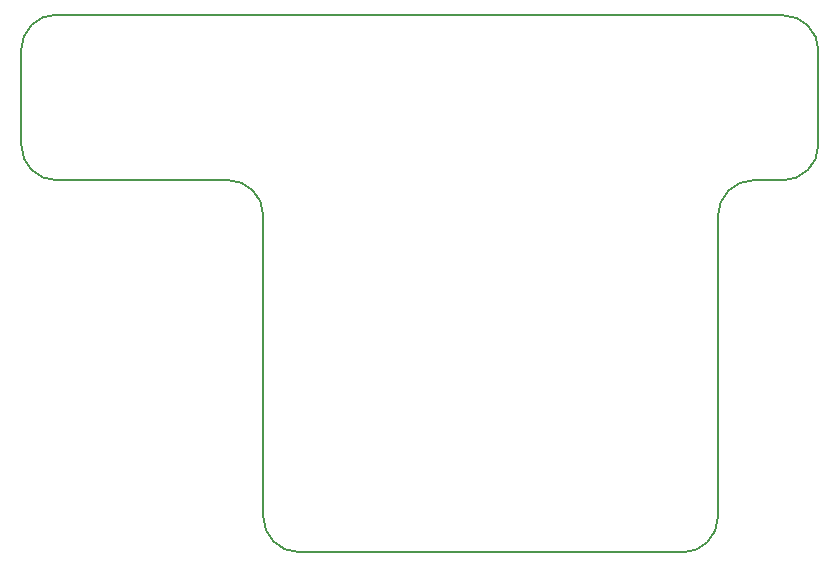
<source format=gbr>
%TF.GenerationSoftware,KiCad,Pcbnew,9.0.3*%
%TF.CreationDate,2025-10-12T18:54:41-05:00*%
%TF.ProjectId,Moco-IOBreakoutPCB,4d6f636f-2d49-44f4-9272-65616b6f7574,rev?*%
%TF.SameCoordinates,Original*%
%TF.FileFunction,Profile,NP*%
%FSLAX46Y46*%
G04 Gerber Fmt 4.6, Leading zero omitted, Abs format (unit mm)*
G04 Created by KiCad (PCBNEW 9.0.3) date 2025-10-12 18:54:41*
%MOMM*%
%LPD*%
G01*
G04 APERTURE LIST*
%TA.AperFunction,Profile*%
%ADD10C,0.200000*%
%TD*%
G04 APERTURE END LIST*
D10*
X172500000Y-67500000D02*
X172500000Y-93000000D01*
X113500000Y-53469675D02*
G75*
G02*
X116500000Y-50469700I3000000J-25D01*
G01*
X181000000Y-53530325D02*
X181000000Y-61500000D01*
X113500000Y-61500000D02*
X113500000Y-53469700D01*
X116500000Y-64500000D02*
G75*
G02*
X113500000Y-61500000I0J3000000D01*
G01*
X175500000Y-64500000D02*
X178000000Y-64500000D01*
X136998680Y-95981320D02*
G75*
G02*
X133998680Y-92981320I20J3000020D01*
G01*
X172500000Y-93000000D02*
G75*
G02*
X169500000Y-96000000I-3000000J0D01*
G01*
X181000000Y-61500000D02*
G75*
G02*
X178000000Y-64500000I-3000000J0D01*
G01*
X178000000Y-50530325D02*
G75*
G02*
X180999975Y-53530325I0J-2999975D01*
G01*
X130998680Y-64481320D02*
G75*
G02*
X133998680Y-67481320I20J-2999980D01*
G01*
X116500000Y-50469675D02*
X178000000Y-50530325D01*
X172500000Y-67500000D02*
G75*
G02*
X175500000Y-64500000I3000000J0D01*
G01*
X116500000Y-64500000D02*
X130998680Y-64481321D01*
X133998680Y-67481320D02*
X133998680Y-92981320D01*
X169500000Y-96000000D02*
X136998680Y-95981319D01*
M02*

</source>
